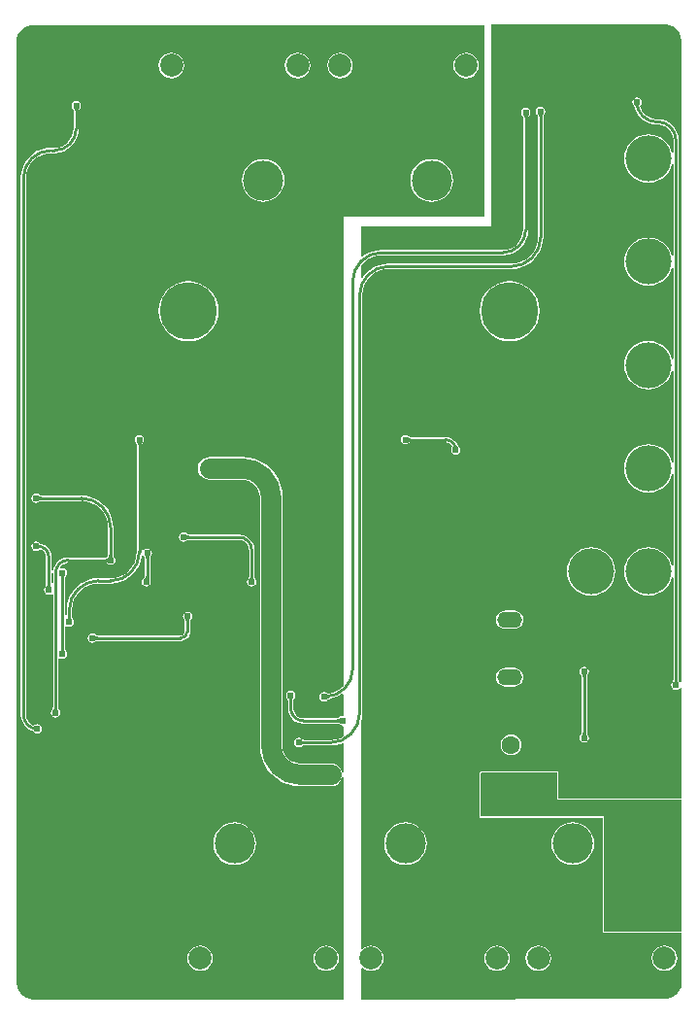
<source format=gbl>
G04*
G04 #@! TF.GenerationSoftware,Altium Limited,Altium Designer,20.0.2 (26)*
G04*
G04 Layer_Physical_Order=2*
G04 Layer_Color=16711680*
%FSLAX25Y25*%
%MOIN*%
G70*
G01*
G75*
%ADD11C,0.01000*%
%ADD54C,0.07000*%
%ADD55C,0.07874*%
%ADD56C,0.13780*%
%ADD57C,0.19685*%
%ADD58O,0.08500X0.05500*%
%ADD59C,0.06299*%
%ADD60C,0.15748*%
%ADD61C,0.02400*%
G36*
X625738Y452529D02*
X626813Y452084D01*
X627780Y451438D01*
X628603Y450615D01*
X629249Y449648D01*
X629694Y448573D01*
X629921Y447432D01*
X629921Y446850D01*
X629921D01*
X629921Y446850D01*
Y227042D01*
X629824Y226963D01*
X629155Y227065D01*
X629113Y227128D01*
X629110Y227136D01*
X629059Y227191D01*
X629026Y227234D01*
X628996Y227281D01*
X628969Y227334D01*
X628946Y227392D01*
X628926Y227457D01*
X628909Y227530D01*
X628896Y227611D01*
X628889Y227699D01*
X628886Y227807D01*
X628870Y227841D01*
Y412992D01*
X628888D01*
X628749Y414403D01*
X628337Y415761D01*
X627668Y417011D01*
X626769Y418107D01*
X625673Y419007D01*
X624422Y419675D01*
X623065Y420087D01*
X621654Y420226D01*
Y420226D01*
X621155Y420206D01*
X619761Y420389D01*
X618364Y420968D01*
X617164Y421888D01*
X616243Y423088D01*
X615734Y424318D01*
X615738Y424344D01*
X615713Y424442D01*
X615700Y424516D01*
X615695Y424583D01*
X615695Y424643D01*
X615701Y424697D01*
X615712Y424746D01*
X615728Y424792D01*
X615749Y424836D01*
X615776Y424880D01*
X615824Y424942D01*
X615843Y425014D01*
X616074Y425360D01*
X616198Y425984D01*
X616074Y426609D01*
X615721Y427138D01*
X615191Y427491D01*
X614567Y427616D01*
X613943Y427491D01*
X613413Y427138D01*
X613060Y426609D01*
X612936Y425984D01*
X613060Y425360D01*
X613413Y424831D01*
X613499Y424774D01*
X613518Y424733D01*
X613569Y424687D01*
X613606Y424649D01*
X613643Y424602D01*
X613680Y424548D01*
X613717Y424485D01*
X613754Y424414D01*
X613787Y424339D01*
X613857Y424144D01*
X613888Y424034D01*
X613935Y423974D01*
X614211Y423065D01*
X614916Y421745D01*
X615865Y420589D01*
X617021Y419640D01*
X618340Y418935D01*
X619771Y418501D01*
X621260Y418355D01*
Y418355D01*
X621760Y418373D01*
X623050Y418204D01*
X624351Y417665D01*
X625469Y416807D01*
X626326Y415690D01*
X626865Y414389D01*
X627043Y413034D01*
X627035Y412992D01*
Y408795D01*
X626535Y408721D01*
X626185Y409875D01*
X625417Y411312D01*
X624383Y412572D01*
X623123Y413606D01*
X621686Y414374D01*
X620126Y414847D01*
X618504Y415007D01*
X616882Y414847D01*
X615322Y414374D01*
X613885Y413606D01*
X612625Y412572D01*
X611591Y411312D01*
X610823Y409875D01*
X610350Y408315D01*
X610190Y406693D01*
X610350Y405071D01*
X610823Y403511D01*
X611591Y402074D01*
X612625Y400814D01*
X613885Y399780D01*
X615322Y399012D01*
X616882Y398539D01*
X618504Y398379D01*
X620126Y398539D01*
X621686Y399012D01*
X623123Y399780D01*
X624383Y400814D01*
X625417Y402074D01*
X626185Y403511D01*
X626535Y404665D01*
X627035Y404591D01*
Y373362D01*
X626535Y373288D01*
X626185Y374442D01*
X625417Y375879D01*
X624383Y377139D01*
X623123Y378173D01*
X621686Y378941D01*
X620126Y379414D01*
X618504Y379574D01*
X616882Y379414D01*
X615322Y378941D01*
X613885Y378173D01*
X612625Y377139D01*
X611591Y375879D01*
X610823Y374442D01*
X610350Y372882D01*
X610190Y371260D01*
X610350Y369638D01*
X610823Y368078D01*
X611591Y366641D01*
X612625Y365381D01*
X613885Y364347D01*
X615322Y363579D01*
X616882Y363106D01*
X618504Y362946D01*
X620126Y363106D01*
X621686Y363579D01*
X623123Y364347D01*
X624383Y365381D01*
X625417Y366641D01*
X626185Y368078D01*
X626535Y369232D01*
X627035Y369158D01*
Y337929D01*
X626535Y337855D01*
X626185Y339008D01*
X625417Y340446D01*
X624383Y341706D01*
X623123Y342740D01*
X621686Y343508D01*
X620126Y343981D01*
X618504Y344141D01*
X616882Y343981D01*
X615322Y343508D01*
X613885Y342740D01*
X612625Y341706D01*
X611591Y340446D01*
X610823Y339008D01*
X610350Y337449D01*
X610190Y335827D01*
X610350Y334205D01*
X610823Y332645D01*
X611591Y331208D01*
X612625Y329948D01*
X613885Y328914D01*
X615322Y328146D01*
X616882Y327673D01*
X618504Y327513D01*
X620126Y327673D01*
X621686Y328146D01*
X623123Y328914D01*
X624383Y329948D01*
X625417Y331208D01*
X626185Y332645D01*
X626535Y333799D01*
X627035Y333725D01*
Y302496D01*
X626535Y302421D01*
X626185Y303575D01*
X625417Y305013D01*
X624383Y306273D01*
X623123Y307307D01*
X621686Y308075D01*
X620126Y308548D01*
X618504Y308708D01*
X616882Y308548D01*
X615322Y308075D01*
X613885Y307307D01*
X612625Y306273D01*
X611591Y305013D01*
X610823Y303575D01*
X610350Y302016D01*
X610190Y300394D01*
X610350Y298772D01*
X610823Y297212D01*
X611591Y295775D01*
X612625Y294515D01*
X613885Y293481D01*
X615322Y292712D01*
X616882Y292239D01*
X618504Y292080D01*
X620126Y292239D01*
X621686Y292712D01*
X623123Y293481D01*
X624383Y294515D01*
X625417Y295775D01*
X626185Y297212D01*
X626535Y298366D01*
X627035Y298292D01*
Y267063D01*
X626535Y266988D01*
X626185Y268142D01*
X625417Y269580D01*
X624383Y270840D01*
X623123Y271873D01*
X621686Y272642D01*
X620126Y273115D01*
X618504Y273275D01*
X616882Y273115D01*
X615322Y272642D01*
X613885Y271873D01*
X612625Y270840D01*
X611591Y269580D01*
X610823Y268142D01*
X610350Y266583D01*
X610190Y264961D01*
X610350Y263339D01*
X610823Y261779D01*
X611591Y260342D01*
X612625Y259082D01*
X613885Y258048D01*
X615322Y257279D01*
X616882Y256806D01*
X618504Y256647D01*
X620126Y256806D01*
X621686Y257279D01*
X623123Y258048D01*
X624383Y259082D01*
X625417Y260342D01*
X626185Y261779D01*
X626535Y262933D01*
X627035Y262859D01*
Y227841D01*
X627020Y227807D01*
X627017Y227699D01*
X627009Y227611D01*
X626997Y227530D01*
X626980Y227457D01*
X626960Y227392D01*
X626936Y227334D01*
X626909Y227281D01*
X626880Y227234D01*
X626846Y227191D01*
X626796Y227136D01*
X626793Y227128D01*
X626446Y226608D01*
X626321Y225984D01*
X626446Y225360D01*
X626799Y224831D01*
X627328Y224477D01*
X627953Y224353D01*
X628577Y224477D01*
X629106Y224831D01*
X629155Y224903D01*
X629824Y225005D01*
X629921Y224926D01*
Y187114D01*
X629800Y187033D01*
X587633D01*
Y196000D01*
X587570Y196153D01*
X587507Y196305D01*
X587506Y196305D01*
X587506Y196306D01*
X587354Y196369D01*
X587202Y196433D01*
X561256Y196532D01*
X561256Y196531D01*
X561255Y196532D01*
X561101Y196468D01*
X560949Y196406D01*
X560949Y196405D01*
X560949Y196405D01*
X560594Y196053D01*
X560594Y196052D01*
X560594Y196052D01*
X560530Y195898D01*
X560467Y195747D01*
X560467Y195746D01*
X560467Y195746D01*
Y181000D01*
X560594Y180694D01*
X560900Y180567D01*
X602767D01*
Y141400D01*
X602894Y141094D01*
X603200Y140967D01*
X629800D01*
X629921Y140886D01*
Y124016D01*
Y123473D01*
X629709Y122408D01*
X629294Y121405D01*
X628691Y120502D01*
X627923Y119734D01*
X627020Y119131D01*
X626017Y118716D01*
X624952Y118504D01*
X624409D01*
X520154Y118112D01*
X519800Y118465D01*
Y128847D01*
X520300Y129064D01*
X521041Y128495D01*
X522096Y128058D01*
X523228Y127909D01*
X524361Y128058D01*
X525416Y128495D01*
X526322Y129190D01*
X527017Y130096D01*
X527454Y131151D01*
X527603Y132283D01*
X527454Y133416D01*
X527017Y134471D01*
X526322Y135377D01*
X525416Y136072D01*
X524361Y136509D01*
X523228Y136658D01*
X522096Y136509D01*
X521041Y136072D01*
X520300Y135503D01*
X519800Y135720D01*
X519800Y213379D01*
X520090Y214589D01*
X520225Y216299D01*
X520209D01*
Y359685D01*
X520201Y359723D01*
X520372Y361459D01*
X520890Y363165D01*
X521730Y364737D01*
X522861Y366115D01*
X524239Y367246D01*
X525811Y368087D01*
X527517Y368604D01*
X529253Y368775D01*
X529291Y368767D01*
X571496D01*
Y368751D01*
X573207Y368886D01*
X574875Y369286D01*
X576460Y369943D01*
X577923Y370840D01*
X579227Y371954D01*
X580342Y373258D01*
X581238Y374721D01*
X581895Y376306D01*
X582295Y377975D01*
X582430Y379685D01*
X582414D01*
Y420978D01*
X582429Y421012D01*
X582432Y421120D01*
X582440Y421208D01*
X582452Y421289D01*
X582469Y421361D01*
X582489Y421427D01*
X582513Y421485D01*
X582540Y421538D01*
X582569Y421585D01*
X582602Y421628D01*
X582653Y421683D01*
X582656Y421691D01*
X583003Y422210D01*
X583127Y422835D01*
X583003Y423459D01*
X582650Y423988D01*
X582120Y424342D01*
X581496Y424466D01*
X580872Y424342D01*
X580342Y423988D01*
X579989Y423459D01*
X579865Y422835D01*
X579989Y422210D01*
X580336Y421691D01*
X580339Y421683D01*
X580390Y421628D01*
X580423Y421585D01*
X580453Y421538D01*
X580479Y421485D01*
X580503Y421427D01*
X580523Y421361D01*
X580540Y421289D01*
X580552Y421208D01*
X580560Y421120D01*
X580563Y421012D01*
X580578Y420978D01*
Y379685D01*
X580586Y379647D01*
X580415Y377911D01*
X579898Y376205D01*
X579057Y374633D01*
X577926Y373255D01*
X576548Y372124D01*
X574976Y371284D01*
X573270Y370766D01*
X571534Y370595D01*
X571496Y370603D01*
X529291D01*
Y370619D01*
X527581Y370484D01*
X525913Y370084D01*
X524328Y369427D01*
X522865Y368531D01*
X521560Y367416D01*
X520446Y366112D01*
X520281Y365843D01*
X519800Y365979D01*
Y369988D01*
X520499Y370840D01*
X521877Y371971D01*
X523449Y372811D01*
X525155Y373328D01*
X526891Y373499D01*
X526929Y373492D01*
X568504D01*
Y373467D01*
X570224Y373636D01*
X571878Y374138D01*
X573402Y374953D01*
X574738Y376049D01*
X575835Y377385D01*
X576649Y378909D01*
X577151Y380563D01*
X577320Y382283D01*
X577296D01*
Y420584D01*
X577311Y420618D01*
X577314Y420726D01*
X577322Y420815D01*
X577334Y420895D01*
X577351Y420968D01*
X577371Y421033D01*
X577395Y421092D01*
X577421Y421144D01*
X577451Y421192D01*
X577484Y421235D01*
X577535Y421289D01*
X577538Y421297D01*
X577885Y421817D01*
X578009Y422441D01*
X577885Y423065D01*
X577531Y423595D01*
X577002Y423948D01*
X576378Y424072D01*
X575754Y423948D01*
X575224Y423595D01*
X574871Y423065D01*
X574747Y422441D01*
X574871Y421817D01*
X575218Y421297D01*
X575221Y421289D01*
X575272Y421235D01*
X575305Y421192D01*
X575335Y421144D01*
X575361Y421092D01*
X575385Y421033D01*
X575405Y420968D01*
X575422Y420895D01*
X575434Y420815D01*
X575442Y420726D01*
X575445Y420618D01*
X575460Y420584D01*
Y382283D01*
X575461Y382280D01*
X575328Y380926D01*
X574932Y379621D01*
X574289Y378418D01*
X573424Y377364D01*
X572369Y376499D01*
X571167Y375856D01*
X569861Y375460D01*
X568508Y375326D01*
X568504Y375327D01*
X526929D01*
Y375343D01*
X525219Y375208D01*
X523550Y374808D01*
X521965Y374151D01*
X520503Y373255D01*
X520254Y373043D01*
X519800Y373252D01*
Y383465D01*
X564567D01*
X564567Y452756D01*
X624016Y452756D01*
X624597Y452756D01*
X625738Y452529D01*
D02*
G37*
G36*
X615419Y425126D02*
X615368Y425043D01*
X615326Y424955D01*
X615295Y424864D01*
X615274Y424769D01*
X615263Y424670D01*
X615262Y424568D01*
X615270Y424462D01*
X615289Y424352D01*
X615318Y424238D01*
X614304Y424153D01*
X614269Y424275D01*
X614189Y424500D01*
X614145Y424601D01*
X614096Y424695D01*
X614045Y424781D01*
X613991Y424861D01*
X613933Y424933D01*
X613872Y424998D01*
X613807Y425055D01*
X615480Y425206D01*
X615419Y425126D01*
D02*
G37*
G36*
X582271Y421908D02*
X582214Y421833D01*
X582163Y421752D01*
X582119Y421665D01*
X582081Y421573D01*
X582051Y421474D01*
X582027Y421370D01*
X582010Y421260D01*
X581999Y421145D01*
X581996Y421024D01*
X580996D01*
X580993Y421145D01*
X580982Y421260D01*
X580966Y421370D01*
X580942Y421474D01*
X580911Y421573D01*
X580874Y421665D01*
X580829Y421752D01*
X580779Y421833D01*
X580721Y421908D01*
X580656Y421978D01*
X582336D01*
X582271Y421908D01*
D02*
G37*
G36*
X577153Y421514D02*
X577096Y421439D01*
X577044Y421358D01*
X577000Y421271D01*
X576963Y421179D01*
X576932Y421081D01*
X576909Y420977D01*
X576892Y420867D01*
X576881Y420751D01*
X576878Y420630D01*
X575878D01*
X575875Y420751D01*
X575864Y420867D01*
X575847Y420977D01*
X575823Y421081D01*
X575793Y421179D01*
X575756Y421271D01*
X575711Y421358D01*
X575660Y421439D01*
X575602Y421514D01*
X575538Y421584D01*
X577218D01*
X577153Y421514D01*
D02*
G37*
G36*
X628456Y227674D02*
X628466Y227558D01*
X628483Y227449D01*
X628507Y227345D01*
X628538Y227246D01*
X628575Y227154D01*
X628619Y227067D01*
X628670Y226986D01*
X628728Y226911D01*
X628793Y226841D01*
X627113D01*
X627177Y226911D01*
X627235Y226986D01*
X627286Y227067D01*
X627330Y227154D01*
X627368Y227246D01*
X627398Y227345D01*
X627422Y227449D01*
X627439Y227558D01*
X627449Y227674D01*
X627453Y227795D01*
X628453D01*
X628456Y227674D01*
D02*
G37*
G36*
X562205Y386614D02*
X513779D01*
X513779Y225775D01*
X513519Y225457D01*
X512225Y224395D01*
X510748Y223606D01*
X509146Y223120D01*
X508642Y223071D01*
X508574Y223073D01*
X508509Y223080D01*
X508452Y223093D01*
X508399Y223109D01*
X508351Y223130D01*
X508306Y223156D01*
X508262Y223186D01*
X508204Y223237D01*
X508166Y223250D01*
X507711Y223554D01*
X507087Y223679D01*
X506462Y223554D01*
X505933Y223201D01*
X505579Y222672D01*
X505455Y222047D01*
X505579Y221423D01*
X505933Y220894D01*
X506462Y220540D01*
X507087Y220416D01*
X507711Y220540D01*
X508240Y220894D01*
X508256Y220918D01*
X508272Y220924D01*
X508322Y220973D01*
X508363Y221008D01*
X508411Y221041D01*
X508466Y221073D01*
X508529Y221104D01*
X508600Y221132D01*
X508673Y221157D01*
X508868Y221204D01*
X508976Y221223D01*
X508995Y221234D01*
X509104Y221243D01*
X510688Y221623D01*
X512193Y222247D01*
X513279Y222912D01*
X513779Y222632D01*
Y215727D01*
X513393Y215409D01*
X513386Y215411D01*
X512761Y215287D01*
X512242Y214940D01*
X512234Y214937D01*
X512180Y214886D01*
X512136Y214853D01*
X512089Y214823D01*
X512037Y214796D01*
X511978Y214773D01*
X511913Y214752D01*
X511840Y214736D01*
X511759Y214723D01*
X511671Y214715D01*
X511563Y214712D01*
X511529Y214697D01*
X500000D01*
Y214700D01*
X499118Y214817D01*
X498295Y215157D01*
X497589Y215699D01*
X497047Y216405D01*
X496706Y217228D01*
X496590Y218110D01*
X496587D01*
Y220584D01*
X496602Y220618D01*
X496605Y220726D01*
X496613Y220814D01*
X496625Y220895D01*
X496642Y220968D01*
X496662Y221033D01*
X496686Y221092D01*
X496713Y221144D01*
X496743Y221192D01*
X496776Y221235D01*
X496827Y221289D01*
X496830Y221297D01*
X497177Y221817D01*
X497301Y222441D01*
X497177Y223065D01*
X496823Y223594D01*
X496294Y223948D01*
X495669Y224072D01*
X495045Y223948D01*
X494516Y223594D01*
X494162Y223065D01*
X494038Y222441D01*
X494162Y221817D01*
X494509Y221297D01*
X494512Y221289D01*
X494563Y221235D01*
X494596Y221192D01*
X494626Y221144D01*
X494653Y221092D01*
X494676Y221033D01*
X494697Y220968D01*
X494713Y220895D01*
X494726Y220814D01*
X494733Y220726D01*
X494736Y220618D01*
X494752Y220584D01*
Y218110D01*
X494724D01*
X494904Y216745D01*
X495431Y215472D01*
X496269Y214380D01*
X497362Y213541D01*
X498634Y213014D01*
X500000Y212834D01*
Y212862D01*
X511529D01*
X511563Y212847D01*
X511671Y212844D01*
X511759Y212836D01*
X511840Y212823D01*
X511913Y212807D01*
X511978Y212787D01*
X512037Y212763D01*
X512089Y212736D01*
X512136Y212706D01*
X512179Y212673D01*
X512234Y212622D01*
X512242Y212619D01*
X512761Y212272D01*
X513386Y212148D01*
X513393Y212150D01*
X513779Y211832D01*
Y208436D01*
X512771Y207898D01*
X511065Y207380D01*
X509330Y207209D01*
X509291Y207217D01*
X500282D01*
X500248Y207232D01*
X500140Y207235D01*
X500052Y207243D01*
X499971Y207255D01*
X499898Y207272D01*
X499833Y207292D01*
X499775Y207316D01*
X499722Y207343D01*
X499675Y207372D01*
X499632Y207406D01*
X499577Y207456D01*
X499569Y207459D01*
X499050Y207806D01*
X498425Y207931D01*
X497801Y207806D01*
X497272Y207453D01*
X496918Y206924D01*
X496794Y206299D01*
X496918Y205675D01*
X497272Y205146D01*
X497801Y204792D01*
X498425Y204668D01*
X499050Y204792D01*
X499569Y205139D01*
X499577Y205142D01*
X499632Y205193D01*
X499675Y205226D01*
X499722Y205256D01*
X499775Y205282D01*
X499833Y205306D01*
X499898Y205327D01*
X499971Y205343D01*
X500052Y205356D01*
X500140Y205363D01*
X500248Y205366D01*
X500282Y205382D01*
X509291D01*
Y205365D01*
X511002Y205500D01*
X512670Y205901D01*
X513364Y206188D01*
X513779Y205910D01*
Y196090D01*
X513279Y196058D01*
X513248Y196294D01*
X512855Y197242D01*
X512230Y198057D01*
X511416Y198682D01*
X510467Y199075D01*
X509449Y199209D01*
X498976D01*
X498920Y199202D01*
X497790Y199313D01*
X496650Y199659D01*
X495599Y200221D01*
X494678Y200977D01*
X493922Y201898D01*
X493360Y202949D01*
X493014Y204090D01*
X492903Y205220D01*
X492910Y205276D01*
Y290394D01*
X492919D01*
X492748Y292575D01*
X492237Y294702D01*
X491400Y296724D01*
X490257Y298589D01*
X488836Y300253D01*
X487172Y301674D01*
X485306Y302817D01*
X483285Y303654D01*
X481157Y304165D01*
X478976Y304337D01*
Y304327D01*
X467717D01*
X466698Y304193D01*
X465750Y303800D01*
X464935Y303175D01*
X464310Y302361D01*
X463917Y301412D01*
X463783Y300394D01*
X463917Y299376D01*
X464310Y298427D01*
X464935Y297612D01*
X465750Y296987D01*
X466698Y296594D01*
X467717Y296460D01*
X478976D01*
X479033Y296467D01*
X480162Y296356D01*
X481303Y296010D01*
X482354Y295448D01*
X483275Y294692D01*
X484031Y293771D01*
X484593Y292720D01*
X484939Y291580D01*
X485050Y290450D01*
X485043Y290394D01*
Y205276D01*
X485033D01*
X485205Y203094D01*
X485716Y200967D01*
X486553Y198946D01*
X487696Y197080D01*
X489117Y195416D01*
X490781Y193995D01*
X492646Y192852D01*
X494668Y192015D01*
X496795Y191504D01*
X498976Y191333D01*
Y191342D01*
X509449D01*
X510467Y191476D01*
X511416Y191869D01*
X512230Y192494D01*
X512855Y193309D01*
X513248Y194257D01*
X513279Y194494D01*
X513779Y194461D01*
X513779Y118110D01*
X407874Y118110D01*
X407254D01*
X406037Y118352D01*
X404890Y118827D01*
X403859Y119517D01*
X402981Y120394D01*
X402292Y121426D01*
X401817Y122572D01*
X401575Y123789D01*
Y124409D01*
Y447244D01*
Y447748D01*
X401771Y448737D01*
X402157Y449668D01*
X402717Y450507D01*
X403430Y451220D01*
X404269Y451780D01*
X405200Y452166D01*
X406189Y452362D01*
X562205D01*
Y386614D01*
D02*
G37*
G36*
X507994Y222846D02*
X508074Y222790D01*
X508158Y222742D01*
X508247Y222703D01*
X508340Y222674D01*
X508439Y222653D01*
X508542Y222640D01*
X508650Y222637D01*
X508763Y222643D01*
X508880Y222657D01*
X508904Y221650D01*
X508781Y221629D01*
X508553Y221573D01*
X508449Y221539D01*
X508352Y221499D01*
X508262Y221455D01*
X508178Y221407D01*
X508101Y221353D01*
X508031Y221295D01*
X507967Y221232D01*
X507919Y222912D01*
X507994Y222846D01*
D02*
G37*
G36*
X496445Y221514D02*
X496387Y221439D01*
X496336Y221358D01*
X496292Y221271D01*
X496254Y221179D01*
X496224Y221081D01*
X496200Y220977D01*
X496183Y220867D01*
X496173Y220751D01*
X496169Y220630D01*
X495169D01*
X495166Y220751D01*
X495156Y220867D01*
X495139Y220977D01*
X495115Y221081D01*
X495084Y221179D01*
X495047Y221271D01*
X495003Y221358D01*
X494952Y221439D01*
X494894Y221514D01*
X494829Y221584D01*
X496509D01*
X496445Y221514D01*
D02*
G37*
G36*
X512529Y212940D02*
X512459Y213004D01*
X512384Y213062D01*
X512303Y213113D01*
X512216Y213157D01*
X512124Y213194D01*
X512025Y213225D01*
X511922Y213249D01*
X511812Y213266D01*
X511696Y213276D01*
X511575Y213280D01*
Y214280D01*
X511696Y214283D01*
X511812Y214293D01*
X511922Y214310D01*
X512025Y214334D01*
X512124Y214365D01*
X512216Y214402D01*
X512303Y214446D01*
X512384Y214497D01*
X512459Y214555D01*
X512529Y214619D01*
Y212940D01*
D02*
G37*
G36*
X499352Y207075D02*
X499427Y207017D01*
X499508Y206966D01*
X499595Y206922D01*
X499687Y206884D01*
X499786Y206854D01*
X499890Y206830D01*
X499999Y206813D01*
X500115Y206803D01*
X500236Y206799D01*
Y205799D01*
X500115Y205796D01*
X499999Y205786D01*
X499890Y205769D01*
X499786Y205745D01*
X499687Y205714D01*
X499595Y205677D01*
X499508Y205633D01*
X499427Y205582D01*
X499352Y205524D01*
X499282Y205459D01*
Y207139D01*
X499352Y207075D01*
D02*
G37*
G36*
X587200Y196000D02*
Y186600D01*
X629800D01*
Y141400D01*
X603200D01*
Y181000D01*
X560900D01*
Y195746D01*
X561254Y196099D01*
X587200Y196000D01*
D02*
G37*
%LPC*%
G36*
X570866Y364623D02*
X568858Y364425D01*
X566927Y363839D01*
X565148Y362888D01*
X563588Y361608D01*
X562309Y360049D01*
X561357Y358269D01*
X560772Y356339D01*
X560574Y354331D01*
X560772Y352323D01*
X561357Y350392D01*
X562309Y348613D01*
X563588Y347053D01*
X565148Y345773D01*
X566927Y344822D01*
X568858Y344236D01*
X570866Y344039D01*
X572874Y344236D01*
X574805Y344822D01*
X576584Y345773D01*
X578144Y347053D01*
X579424Y348613D01*
X580375Y350392D01*
X580961Y352323D01*
X581158Y354331D01*
X580961Y356339D01*
X580375Y358269D01*
X579424Y360049D01*
X578144Y361608D01*
X576584Y362888D01*
X574805Y363839D01*
X572874Y364425D01*
X570866Y364623D01*
D02*
G37*
G36*
X535039Y311868D02*
X534415Y311743D01*
X533886Y311390D01*
X533532Y310860D01*
X533408Y310236D01*
X533532Y309612D01*
X533886Y309083D01*
X534415Y308729D01*
X535039Y308605D01*
X535664Y308729D01*
X536183Y309076D01*
X536191Y309079D01*
X536246Y309130D01*
X536289Y309163D01*
X536336Y309193D01*
X536389Y309220D01*
X536447Y309243D01*
X536513Y309263D01*
X536585Y309280D01*
X536666Y309293D01*
X536754Y309300D01*
X536862Y309303D01*
X536896Y309319D01*
X548819D01*
Y309309D01*
X549496Y309220D01*
X550127Y308958D01*
X550668Y308542D01*
X551045Y308052D01*
X551054Y308036D01*
X551082Y307977D01*
X551099Y307926D01*
X551108Y307882D01*
X551111Y307845D01*
X551109Y307810D01*
X551102Y307776D01*
X551089Y307739D01*
X551068Y307696D01*
X551025Y307630D01*
X551011Y307550D01*
X550855Y307317D01*
X550731Y306693D01*
X550855Y306069D01*
X551209Y305539D01*
X551738Y305186D01*
X552362Y305062D01*
X552986Y305186D01*
X553516Y305539D01*
X553869Y306069D01*
X553994Y306693D01*
X553869Y307317D01*
X553516Y307846D01*
X553344Y307961D01*
X553307Y308025D01*
X553261Y308060D01*
X553224Y308092D01*
X553187Y308130D01*
X553086Y308254D01*
X553043Y308316D01*
X552870Y308604D01*
X552813Y308714D01*
X552779Y308742D01*
X552700Y308934D01*
X551988Y309862D01*
X551060Y310574D01*
X549979Y311022D01*
X548819Y311175D01*
Y311154D01*
X536896D01*
X536862Y311169D01*
X536754Y311172D01*
X536666Y311180D01*
X536585Y311192D01*
X536513Y311209D01*
X536447Y311229D01*
X536389Y311253D01*
X536336Y311280D01*
X536289Y311310D01*
X536246Y311343D01*
X536191Y311393D01*
X536183Y311396D01*
X535664Y311743D01*
X535039Y311868D01*
D02*
G37*
G36*
X598819Y273275D02*
X597197Y273115D01*
X595637Y272642D01*
X594200Y271873D01*
X592940Y270840D01*
X591906Y269580D01*
X591138Y268142D01*
X590665Y266583D01*
X590505Y264961D01*
X590665Y263339D01*
X591138Y261779D01*
X591906Y260342D01*
X592940Y259082D01*
X594200Y258048D01*
X595637Y257279D01*
X597197Y256806D01*
X598819Y256647D01*
X600441Y256806D01*
X602001Y257279D01*
X603438Y258048D01*
X604698Y259082D01*
X605732Y260342D01*
X606500Y261779D01*
X606973Y263339D01*
X607133Y264961D01*
X606973Y266583D01*
X606500Y268142D01*
X605732Y269580D01*
X604698Y270840D01*
X603438Y271873D01*
X602001Y272642D01*
X600441Y273115D01*
X598819Y273275D01*
D02*
G37*
G36*
X572366Y251602D02*
X569366D01*
X568544Y251494D01*
X567777Y251177D01*
X567120Y250672D01*
X566615Y250014D01*
X566297Y249248D01*
X566189Y248425D01*
X566297Y247603D01*
X566615Y246837D01*
X567120Y246179D01*
X567777Y245674D01*
X568544Y245356D01*
X569366Y245248D01*
X572366D01*
X573188Y245356D01*
X573955Y245674D01*
X574613Y246179D01*
X575118Y246837D01*
X575435Y247603D01*
X575543Y248425D01*
X575435Y249248D01*
X575118Y250014D01*
X574613Y250672D01*
X573955Y251177D01*
X573188Y251494D01*
X572366Y251602D01*
D02*
G37*
G36*
Y231917D02*
X569366D01*
X568544Y231809D01*
X567777Y231492D01*
X567120Y230987D01*
X566615Y230329D01*
X566297Y229562D01*
X566189Y228740D01*
X566297Y227918D01*
X566615Y227152D01*
X567120Y226494D01*
X567777Y225989D01*
X568544Y225671D01*
X569366Y225563D01*
X572366D01*
X573188Y225671D01*
X573955Y225989D01*
X574613Y226494D01*
X575118Y227152D01*
X575435Y227918D01*
X575543Y228740D01*
X575435Y229562D01*
X575118Y230329D01*
X574613Y230987D01*
X573955Y231492D01*
X573188Y231809D01*
X572366Y231917D01*
D02*
G37*
G36*
X596457Y232340D02*
X595832Y232216D01*
X595303Y231862D01*
X594949Y231333D01*
X594825Y230709D01*
X594949Y230084D01*
X595296Y229565D01*
X595299Y229557D01*
X595350Y229502D01*
X595383Y229459D01*
X595413Y229412D01*
X595440Y229359D01*
X595464Y229301D01*
X595484Y229236D01*
X595501Y229163D01*
X595513Y229082D01*
X595521Y228994D01*
X595524Y228886D01*
X595539Y228852D01*
Y209731D01*
X595524Y209697D01*
X595521Y209589D01*
X595513Y209500D01*
X595501Y209420D01*
X595484Y209347D01*
X595464Y209282D01*
X595440Y209223D01*
X595413Y209171D01*
X595383Y209123D01*
X595350Y209080D01*
X595299Y209026D01*
X595296Y209018D01*
X594949Y208498D01*
X594825Y207874D01*
X594949Y207250D01*
X595303Y206720D01*
X595832Y206367D01*
X596457Y206243D01*
X597081Y206367D01*
X597610Y206720D01*
X597964Y207250D01*
X598088Y207874D01*
X597964Y208498D01*
X597617Y209018D01*
X597614Y209026D01*
X597563Y209080D01*
X597530Y209123D01*
X597500Y209171D01*
X597473Y209223D01*
X597450Y209282D01*
X597429Y209347D01*
X597413Y209420D01*
X597400Y209500D01*
X597393Y209589D01*
X597390Y209697D01*
X597374Y209731D01*
Y228852D01*
X597390Y228886D01*
X597393Y228994D01*
X597400Y229082D01*
X597413Y229163D01*
X597429Y229236D01*
X597450Y229301D01*
X597473Y229359D01*
X597500Y229412D01*
X597530Y229459D01*
X597563Y229502D01*
X597614Y229557D01*
X597617Y229565D01*
X597964Y230084D01*
X598088Y230709D01*
X597964Y231333D01*
X597610Y231862D01*
X597081Y232216D01*
X596457Y232340D01*
D02*
G37*
G36*
X571345Y209106D02*
X570419Y208984D01*
X569555Y208627D01*
X568814Y208058D01*
X568245Y207316D01*
X567887Y206453D01*
X567765Y205526D01*
X567887Y204600D01*
X568245Y203736D01*
X568814Y202995D01*
X569555Y202426D01*
X570419Y202068D01*
X571345Y201946D01*
X572272Y202068D01*
X573135Y202426D01*
X573877Y202995D01*
X574446Y203736D01*
X574803Y204600D01*
X574925Y205526D01*
X574803Y206453D01*
X574446Y207316D01*
X573877Y208058D01*
X573135Y208627D01*
X572272Y208984D01*
X571345Y209106D01*
D02*
G37*
G36*
X592520Y178979D02*
X591091Y178838D01*
X589716Y178421D01*
X588450Y177744D01*
X587340Y176833D01*
X586429Y175723D01*
X585752Y174457D01*
X585335Y173083D01*
X585195Y171653D01*
X585335Y170224D01*
X585752Y168850D01*
X586429Y167584D01*
X587340Y166474D01*
X588450Y165563D01*
X589716Y164886D01*
X591091Y164469D01*
X592520Y164329D01*
X593949Y164469D01*
X595323Y164886D01*
X596589Y165563D01*
X597699Y166474D01*
X598610Y167584D01*
X599287Y168850D01*
X599704Y170224D01*
X599845Y171653D01*
X599704Y173083D01*
X599287Y174457D01*
X598610Y175723D01*
X597699Y176833D01*
X596589Y177744D01*
X595323Y178421D01*
X593949Y178838D01*
X592520Y178979D01*
D02*
G37*
G36*
X535039D02*
X533610Y178838D01*
X532236Y178421D01*
X530970Y177744D01*
X529860Y176833D01*
X528949Y175723D01*
X528272Y174457D01*
X527855Y173083D01*
X527714Y171653D01*
X527855Y170224D01*
X528272Y168850D01*
X528949Y167584D01*
X529860Y166474D01*
X530970Y165563D01*
X532236Y164886D01*
X533610Y164469D01*
X535039Y164329D01*
X536468Y164469D01*
X537843Y164886D01*
X539109Y165563D01*
X540219Y166474D01*
X541130Y167584D01*
X541807Y168850D01*
X542224Y170224D01*
X542364Y171653D01*
X542224Y173083D01*
X541807Y174457D01*
X541130Y175723D01*
X540219Y176833D01*
X539109Y177744D01*
X537843Y178421D01*
X536468Y178838D01*
X535039Y178979D01*
D02*
G37*
G36*
X624016Y136658D02*
X622884Y136509D01*
X621829Y136072D01*
X620923Y135377D01*
X620227Y134471D01*
X619790Y133416D01*
X619641Y132283D01*
X619790Y131151D01*
X620227Y130096D01*
X620923Y129190D01*
X621829Y128495D01*
X622884Y128058D01*
X624016Y127909D01*
X625148Y128058D01*
X626203Y128495D01*
X627109Y129190D01*
X627804Y130096D01*
X628241Y131151D01*
X628390Y132283D01*
X628241Y133416D01*
X627804Y134471D01*
X627109Y135377D01*
X626203Y136072D01*
X625148Y136509D01*
X624016Y136658D01*
D02*
G37*
G36*
X580709D02*
X579576Y136509D01*
X578521Y136072D01*
X577615Y135377D01*
X576920Y134471D01*
X576483Y133416D01*
X576334Y132283D01*
X576483Y131151D01*
X576920Y130096D01*
X577615Y129190D01*
X578521Y128495D01*
X579576Y128058D01*
X580709Y127909D01*
X581841Y128058D01*
X582896Y128495D01*
X583802Y129190D01*
X584497Y130096D01*
X584934Y131151D01*
X585083Y132283D01*
X584934Y133416D01*
X584497Y134471D01*
X583802Y135377D01*
X582896Y136072D01*
X581841Y136509D01*
X580709Y136658D01*
D02*
G37*
G36*
X566535D02*
X565403Y136509D01*
X564348Y136072D01*
X563442Y135377D01*
X562747Y134471D01*
X562310Y133416D01*
X562161Y132283D01*
X562310Y131151D01*
X562747Y130096D01*
X563442Y129190D01*
X564348Y128495D01*
X565403Y128058D01*
X566535Y127909D01*
X567668Y128058D01*
X568723Y128495D01*
X569629Y129190D01*
X570324Y130096D01*
X570761Y131151D01*
X570910Y132283D01*
X570761Y133416D01*
X570324Y134471D01*
X569629Y135377D01*
X568723Y136072D01*
X567668Y136509D01*
X566535Y136658D01*
D02*
G37*
%LPD*%
G36*
X535966Y311012D02*
X536041Y310954D01*
X536122Y310903D01*
X536209Y310859D01*
X536302Y310821D01*
X536400Y310791D01*
X536504Y310767D01*
X536614Y310750D01*
X536729Y310740D01*
X536850Y310736D01*
Y309736D01*
X536729Y309733D01*
X536614Y309723D01*
X536504Y309706D01*
X536400Y309682D01*
X536302Y309651D01*
X536209Y309614D01*
X536122Y309570D01*
X536041Y309519D01*
X535966Y309461D01*
X535896Y309396D01*
Y311076D01*
X535966Y311012D01*
D02*
G37*
G36*
X552492Y308393D02*
X552679Y308080D01*
X552741Y307992D01*
X552864Y307842D01*
X552924Y307780D01*
X552985Y307725D01*
X553045Y307680D01*
X551389Y307395D01*
X551446Y307483D01*
X551490Y307573D01*
X551521Y307663D01*
X551539Y307755D01*
X551545Y307849D01*
X551537Y307943D01*
X551517Y308039D01*
X551484Y308137D01*
X551439Y308236D01*
X551380Y308336D01*
X552429Y308514D01*
X552492Y308393D01*
D02*
G37*
G36*
X597232Y229782D02*
X597174Y229707D01*
X597123Y229626D01*
X597079Y229539D01*
X597042Y229447D01*
X597011Y229348D01*
X596987Y229244D01*
X596970Y229134D01*
X596960Y229019D01*
X596957Y228898D01*
X595957D01*
X595953Y229019D01*
X595943Y229134D01*
X595926Y229244D01*
X595902Y229348D01*
X595872Y229447D01*
X595834Y229539D01*
X595790Y229626D01*
X595739Y229707D01*
X595681Y229782D01*
X595617Y229852D01*
X597297D01*
X597232Y229782D01*
D02*
G37*
G36*
X596960Y209564D02*
X596970Y209448D01*
X596987Y209338D01*
X597011Y209234D01*
X597042Y209136D01*
X597079Y209044D01*
X597123Y208957D01*
X597174Y208876D01*
X597232Y208801D01*
X597297Y208731D01*
X595617D01*
X595681Y208801D01*
X595739Y208876D01*
X595790Y208957D01*
X595834Y209044D01*
X595872Y209136D01*
X595902Y209234D01*
X595926Y209338D01*
X595943Y209448D01*
X595953Y209564D01*
X595957Y209685D01*
X596957D01*
X596960Y209564D01*
D02*
G37*
%LPC*%
G36*
X555905Y442957D02*
X554773Y442808D01*
X553718Y442371D01*
X552812Y441676D01*
X552117Y440770D01*
X551680Y439715D01*
X551531Y438583D01*
X551680Y437451D01*
X552117Y436396D01*
X552812Y435490D01*
X553718Y434794D01*
X554773Y434357D01*
X555905Y434208D01*
X557038Y434357D01*
X558093Y434794D01*
X558999Y435490D01*
X559694Y436396D01*
X560131Y437451D01*
X560280Y438583D01*
X560131Y439715D01*
X559694Y440770D01*
X558999Y441676D01*
X558093Y442371D01*
X557038Y442808D01*
X555905Y442957D01*
D02*
G37*
G36*
X512598D02*
X511466Y442808D01*
X510411Y442371D01*
X509505Y441676D01*
X508810Y440770D01*
X508373Y439715D01*
X508224Y438583D01*
X508373Y437451D01*
X508810Y436396D01*
X509505Y435490D01*
X510411Y434794D01*
X511466Y434357D01*
X512598Y434208D01*
X513731Y434357D01*
X514786Y434794D01*
X515692Y435490D01*
X516387Y436396D01*
X516824Y437451D01*
X516973Y438583D01*
X516824Y439715D01*
X516387Y440770D01*
X515692Y441676D01*
X514786Y442371D01*
X513731Y442808D01*
X512598Y442957D01*
D02*
G37*
G36*
X498032D02*
X496899Y442808D01*
X495844Y442371D01*
X494938Y441676D01*
X494243Y440770D01*
X493806Y439715D01*
X493657Y438583D01*
X493806Y437451D01*
X494243Y436396D01*
X494938Y435490D01*
X495844Y434794D01*
X496899Y434357D01*
X498032Y434208D01*
X499164Y434357D01*
X500219Y434794D01*
X501125Y435490D01*
X501820Y436396D01*
X502257Y437451D01*
X502406Y438583D01*
X502257Y439715D01*
X501820Y440770D01*
X501125Y441676D01*
X500219Y442371D01*
X499164Y442808D01*
X498032Y442957D01*
D02*
G37*
G36*
X454724D02*
X453592Y442808D01*
X452537Y442371D01*
X451631Y441676D01*
X450936Y440770D01*
X450499Y439715D01*
X450350Y438583D01*
X450499Y437451D01*
X450936Y436396D01*
X451631Y435490D01*
X452537Y434794D01*
X453592Y434357D01*
X454724Y434208D01*
X455857Y434357D01*
X456912Y434794D01*
X457818Y435490D01*
X458513Y436396D01*
X458950Y437451D01*
X459099Y438583D01*
X458950Y439715D01*
X458513Y440770D01*
X457818Y441676D01*
X456912Y442371D01*
X455857Y442808D01*
X454724Y442957D01*
D02*
G37*
G36*
X422047Y426435D02*
X421423Y426310D01*
X420894Y425957D01*
X420540Y425427D01*
X420416Y424803D01*
X420540Y424179D01*
X420887Y423660D01*
X420890Y423652D01*
X420941Y423597D01*
X420974Y423554D01*
X421004Y423506D01*
X421031Y423454D01*
X421054Y423395D01*
X421074Y423330D01*
X421091Y423257D01*
X421104Y423177D01*
X421111Y423088D01*
X421114Y422980D01*
X421130Y422946D01*
Y416929D01*
X421129D01*
X421003Y415649D01*
X420629Y414418D01*
X420023Y413283D01*
X419207Y412289D01*
X418213Y411473D01*
X417078Y410867D01*
X415847Y410493D01*
X414567Y410367D01*
Y410366D01*
X413386D01*
Y410381D01*
X411762Y410253D01*
X410178Y409873D01*
X408673Y409249D01*
X407284Y408398D01*
X406045Y407340D01*
X404988Y406102D01*
X404137Y404713D01*
X403513Y403208D01*
X403133Y401624D01*
X403005Y400000D01*
X403019D01*
Y215748D01*
X402988D01*
X403182Y214280D01*
X403749Y212912D01*
X404650Y211737D01*
X405825Y210835D01*
X406615Y210508D01*
X406673Y210452D01*
X406789Y210406D01*
X406884Y210365D01*
X407065Y210273D01*
X407133Y210232D01*
X407196Y210190D01*
X407249Y210149D01*
X407294Y210109D01*
X407331Y210072D01*
X407371Y210023D01*
X407424Y209995D01*
X407508Y209870D01*
X408037Y209516D01*
X408661Y209392D01*
X409286Y209516D01*
X409815Y209870D01*
X410169Y210399D01*
X410293Y211024D01*
X410169Y211648D01*
X409815Y212177D01*
X409286Y212531D01*
X408661Y212655D01*
X408037Y212531D01*
X407747Y212337D01*
X407668Y212319D01*
X407604Y212273D01*
X407560Y212249D01*
X407518Y212232D01*
X407477Y212221D01*
X407434Y212214D01*
X407387Y212213D01*
X407335Y212218D01*
X407309Y212223D01*
X406758Y212451D01*
X405969Y213056D01*
X405365Y213844D01*
X404984Y214763D01*
X404854Y215747D01*
X404855Y215748D01*
Y400000D01*
X404849Y400029D01*
X405010Y401666D01*
X405496Y403268D01*
X406285Y404744D01*
X407347Y406039D01*
X408641Y407101D01*
X410118Y407890D01*
X411720Y408376D01*
X413356Y408537D01*
X413386Y408531D01*
X414567D01*
Y408508D01*
X416210Y408670D01*
X417790Y409149D01*
X419245Y409927D01*
X420521Y410975D01*
X421569Y412251D01*
X422347Y413707D01*
X422826Y415286D01*
X422988Y416929D01*
X422965D01*
Y422946D01*
X422980Y422980D01*
X422983Y423088D01*
X422991Y423177D01*
X423003Y423257D01*
X423020Y423330D01*
X423040Y423395D01*
X423064Y423454D01*
X423091Y423506D01*
X423120Y423554D01*
X423154Y423597D01*
X423204Y423652D01*
X423207Y423660D01*
X423554Y424179D01*
X423679Y424803D01*
X423554Y425427D01*
X423201Y425957D01*
X422672Y426310D01*
X422047Y426435D01*
D02*
G37*
G36*
X544095Y406538D02*
X542665Y406397D01*
X541291Y405980D01*
X540025Y405303D01*
X538915Y404392D01*
X538004Y403282D01*
X537327Y402016D01*
X536910Y400642D01*
X536769Y399213D01*
X536910Y397784D01*
X537327Y396409D01*
X538004Y395143D01*
X538915Y394033D01*
X540025Y393122D01*
X541291Y392445D01*
X542665Y392028D01*
X544095Y391888D01*
X545524Y392028D01*
X546898Y392445D01*
X548164Y393122D01*
X549274Y394033D01*
X550185Y395143D01*
X550862Y396409D01*
X551279Y397784D01*
X551419Y399213D01*
X551279Y400642D01*
X550862Y402016D01*
X550185Y403282D01*
X549274Y404392D01*
X548164Y405303D01*
X546898Y405980D01*
X545524Y406397D01*
X544095Y406538D01*
D02*
G37*
G36*
X486220D02*
X484791Y406397D01*
X483417Y405980D01*
X482151Y405303D01*
X481041Y404392D01*
X480130Y403282D01*
X479453Y402016D01*
X479036Y400642D01*
X478895Y399213D01*
X479036Y397784D01*
X479453Y396409D01*
X480130Y395143D01*
X481041Y394033D01*
X482151Y393122D01*
X483417Y392445D01*
X484791Y392028D01*
X486220Y391888D01*
X487649Y392028D01*
X489024Y392445D01*
X490290Y393122D01*
X491400Y394033D01*
X492311Y395143D01*
X492988Y396409D01*
X493405Y397784D01*
X493545Y399213D01*
X493405Y400642D01*
X492988Y402016D01*
X492311Y403282D01*
X491400Y404392D01*
X490290Y405303D01*
X489024Y405980D01*
X487649Y406397D01*
X486220Y406538D01*
D02*
G37*
G36*
X460630Y364623D02*
X458622Y364425D01*
X456691Y363839D01*
X454912Y362888D01*
X453352Y361608D01*
X452072Y360049D01*
X451121Y358269D01*
X450536Y356339D01*
X450338Y354331D01*
X450536Y352323D01*
X451121Y350392D01*
X452072Y348613D01*
X453352Y347053D01*
X454912Y345773D01*
X456691Y344822D01*
X458622Y344236D01*
X460630Y344039D01*
X462638Y344236D01*
X464569Y344822D01*
X466348Y345773D01*
X467907Y347053D01*
X469187Y348613D01*
X470139Y350392D01*
X470724Y352323D01*
X470922Y354331D01*
X470724Y356339D01*
X470139Y358269D01*
X469187Y360049D01*
X467907Y361608D01*
X466348Y362888D01*
X464569Y363839D01*
X462638Y364425D01*
X460630Y364623D01*
D02*
G37*
G36*
X443701Y311868D02*
X443077Y311743D01*
X442547Y311390D01*
X442194Y310860D01*
X442069Y310236D01*
X442194Y309612D01*
X442541Y309093D01*
X442544Y309085D01*
X442594Y309030D01*
X442627Y308987D01*
X442657Y308939D01*
X442684Y308887D01*
X442708Y308828D01*
X442728Y308763D01*
X442745Y308690D01*
X442757Y308610D01*
X442765Y308522D01*
X442768Y308413D01*
X442783Y308379D01*
Y271654D01*
X442790Y271618D01*
X442622Y269910D01*
X442114Y268234D01*
X441288Y266689D01*
X440177Y265335D01*
X438823Y264224D01*
X437278Y263398D01*
X435602Y262890D01*
X433894Y262721D01*
X433858Y262729D01*
X429685D01*
Y262745D01*
X427975Y262610D01*
X426306Y262210D01*
X424721Y261553D01*
X423258Y260657D01*
X421954Y259542D01*
X420840Y258238D01*
X419943Y256775D01*
X419286Y255190D01*
X418886Y253521D01*
X418751Y251811D01*
X418767D01*
Y249757D01*
X418741Y249727D01*
X418240Y249916D01*
Y262710D01*
X418256Y262744D01*
X418259Y262852D01*
X418266Y262941D01*
X418279Y263021D01*
X418296Y263094D01*
X418316Y263159D01*
X418340Y263218D01*
X418366Y263270D01*
X418396Y263317D01*
X418429Y263361D01*
X418480Y263415D01*
X418483Y263423D01*
X418830Y263943D01*
X418954Y264567D01*
X418830Y265191D01*
X418476Y265721D01*
X417947Y266074D01*
X417323Y266198D01*
X416838Y266102D01*
X416523Y266512D01*
X416880Y266978D01*
X417586Y267519D01*
X418408Y267860D01*
X419291Y267976D01*
Y267980D01*
X432000D01*
X432034Y267964D01*
X432143Y267961D01*
X432231Y267953D01*
X432312Y267941D01*
X432384Y267924D01*
X432449Y267904D01*
X432508Y267880D01*
X432561Y267854D01*
X432608Y267824D01*
X432651Y267791D01*
X432706Y267740D01*
X432714Y267737D01*
X433233Y267390D01*
X433857Y267266D01*
X434482Y267390D01*
X435011Y267744D01*
X435365Y268273D01*
X435489Y268897D01*
X435365Y269521D01*
X435018Y270041D01*
X435015Y270049D01*
X434964Y270104D01*
X434931Y270146D01*
X434901Y270194D01*
X434874Y270246D01*
X434851Y270305D01*
X434830Y270370D01*
X434813Y270443D01*
X434801Y270524D01*
X434793Y270612D01*
X434790Y270720D01*
X434775Y270754D01*
Y280157D01*
X434791D01*
X434656Y281868D01*
X434256Y283536D01*
X433599Y285121D01*
X432703Y286584D01*
X431589Y287889D01*
X430284Y289003D01*
X428821Y289899D01*
X427236Y290556D01*
X425568Y290957D01*
X423857Y291091D01*
Y291075D01*
X410125D01*
X410091Y291090D01*
X409982Y291093D01*
X409894Y291101D01*
X409814Y291114D01*
X409741Y291130D01*
X409676Y291151D01*
X409617Y291174D01*
X409565Y291201D01*
X409517Y291231D01*
X409474Y291264D01*
X409419Y291315D01*
X409411Y291318D01*
X408892Y291665D01*
X408268Y291789D01*
X407643Y291665D01*
X407114Y291311D01*
X406761Y290782D01*
X406636Y290158D01*
X406761Y289533D01*
X407114Y289004D01*
X407643Y288650D01*
X408268Y288526D01*
X408892Y288650D01*
X409411Y288997D01*
X409419Y289000D01*
X409474Y289051D01*
X409517Y289084D01*
X409564Y289114D01*
X409617Y289141D01*
X409676Y289164D01*
X409741Y289185D01*
X409814Y289201D01*
X409894Y289214D01*
X409982Y289222D01*
X410091Y289225D01*
X410125Y289240D01*
X423857D01*
X423896Y289247D01*
X425632Y289076D01*
X427337Y288559D01*
X428910Y287719D01*
X430288Y286588D01*
X431419Y285210D01*
X432259Y283637D01*
X432776Y281932D01*
X432947Y280196D01*
X432940Y280157D01*
Y270754D01*
X432925Y270720D01*
X432922Y270612D01*
X432914Y270524D01*
X432901Y270443D01*
X432885Y270370D01*
X432864Y270305D01*
X432841Y270246D01*
X432814Y270194D01*
X432784Y270147D01*
X432751Y270104D01*
X432703Y270052D01*
X432651Y270004D01*
X432608Y269970D01*
X432561Y269941D01*
X432508Y269914D01*
X432450Y269890D01*
X432384Y269870D01*
X432312Y269853D01*
X432231Y269841D01*
X432143Y269833D01*
X432034Y269830D01*
X432000Y269815D01*
X419291D01*
Y269842D01*
X417926Y269662D01*
X416653Y269135D01*
X415561Y268297D01*
X414722Y267205D01*
X414195Y265932D01*
X414015Y264567D01*
X414043D01*
Y260940D01*
X413543Y260751D01*
X413516Y260781D01*
Y270079D01*
X413537D01*
X413384Y271239D01*
X412936Y272320D01*
X412224Y273248D01*
X411296Y273960D01*
X410215Y274408D01*
X410174Y274413D01*
X410066Y274443D01*
X409962Y274475D01*
X409769Y274548D01*
X409695Y274581D01*
X409628Y274617D01*
X409570Y274651D01*
X409523Y274684D01*
X409485Y274714D01*
X409442Y274756D01*
X409432Y274760D01*
X409421Y274776D01*
X408892Y275129D01*
X408268Y275253D01*
X407643Y275129D01*
X407114Y274776D01*
X406761Y274246D01*
X406636Y273622D01*
X406761Y272998D01*
X407114Y272468D01*
X407643Y272115D01*
X408268Y271991D01*
X408892Y272115D01*
X409365Y272431D01*
X409395Y272441D01*
X409457Y272497D01*
X409501Y272528D01*
X409543Y272551D01*
X409583Y272567D01*
X409624Y272578D01*
X409668Y272584D01*
X409717Y272585D01*
X409774Y272579D01*
X409816Y272571D01*
X410363Y272344D01*
X410905Y271928D01*
X411320Y271387D01*
X411582Y270756D01*
X411671Y270079D01*
X411681D01*
Y260518D01*
X411666Y260484D01*
X411663Y260376D01*
X411655Y260288D01*
X411642Y260207D01*
X411626Y260135D01*
X411605Y260069D01*
X411582Y260011D01*
X411555Y259958D01*
X411525Y259911D01*
X411492Y259868D01*
X411441Y259813D01*
X411438Y259805D01*
X411091Y259286D01*
X410967Y258661D01*
X411091Y258037D01*
X411445Y257508D01*
X411974Y257154D01*
X412598Y257030D01*
X413223Y257154D01*
X413543Y257368D01*
X414043Y257112D01*
Y218392D01*
X414028Y218358D01*
X414025Y218250D01*
X414017Y218162D01*
X414005Y218081D01*
X413988Y218009D01*
X413968Y217943D01*
X413944Y217885D01*
X413917Y217832D01*
X413887Y217785D01*
X413854Y217742D01*
X413803Y217687D01*
X413800Y217679D01*
X413453Y217160D01*
X413329Y216535D01*
X413453Y215911D01*
X413807Y215382D01*
X414336Y215028D01*
X414961Y214904D01*
X415585Y215028D01*
X416114Y215382D01*
X416468Y215911D01*
X416592Y216535D01*
X416468Y217160D01*
X416121Y217679D01*
X416118Y217687D01*
X416067Y217742D01*
X416034Y217785D01*
X416004Y217832D01*
X415977Y217885D01*
X415954Y217943D01*
X415933Y218009D01*
X415917Y218081D01*
X415904Y218162D01*
X415897Y218250D01*
X415893Y218358D01*
X415878Y218392D01*
Y235065D01*
X416378Y235321D01*
X416699Y235107D01*
X417323Y234983D01*
X417947Y235107D01*
X418476Y235461D01*
X418830Y235990D01*
X418954Y236614D01*
X418830Y237239D01*
X418483Y237758D01*
X418480Y237766D01*
X418429Y237821D01*
X418396Y237864D01*
X418366Y237911D01*
X418340Y237964D01*
X418316Y238022D01*
X418296Y238087D01*
X418279Y238160D01*
X418266Y238241D01*
X418259Y238329D01*
X418256Y238437D01*
X418240Y238471D01*
Y246088D01*
X418741Y246345D01*
X419061Y246131D01*
X419685Y246006D01*
X420309Y246131D01*
X420839Y246484D01*
X421192Y247013D01*
X421316Y247638D01*
X421192Y248262D01*
X420845Y248781D01*
X420842Y248790D01*
X420791Y248844D01*
X420758Y248887D01*
X420728Y248935D01*
X420702Y248987D01*
X420678Y249045D01*
X420658Y249111D01*
X420641Y249184D01*
X420629Y249264D01*
X420621Y249353D01*
X420618Y249461D01*
X420603Y249495D01*
Y251811D01*
X420595Y251849D01*
X420766Y253585D01*
X421283Y255291D01*
X422124Y256863D01*
X423255Y258241D01*
X424633Y259372D01*
X426205Y260213D01*
X427911Y260730D01*
X429647Y260901D01*
X429685Y260893D01*
X433858D01*
Y260878D01*
X435544Y261011D01*
X437188Y261405D01*
X438750Y262052D01*
X440192Y262936D01*
X441478Y264034D01*
X442576Y265320D01*
X443460Y266761D01*
X444107Y268324D01*
X444501Y269968D01*
X444532Y270362D01*
X445044Y270493D01*
X445296Y270116D01*
X445299Y270108D01*
X445350Y270053D01*
X445383Y270010D01*
X445413Y269963D01*
X445439Y269910D01*
X445463Y269851D01*
X445483Y269786D01*
X445500Y269713D01*
X445512Y269633D01*
X445520Y269545D01*
X445523Y269436D01*
X445539Y269402D01*
Y263380D01*
X445523Y263347D01*
X445520Y263239D01*
X445511Y263159D01*
X445498Y263092D01*
X445483Y263038D01*
X445465Y262997D01*
X445448Y262966D01*
X445430Y262943D01*
X445412Y262925D01*
X445391Y262909D01*
X445340Y262881D01*
X445302Y262833D01*
X444909Y262571D01*
X444556Y262042D01*
X444432Y261417D01*
X444556Y260793D01*
X444909Y260264D01*
X445439Y259910D01*
X446063Y259786D01*
X446687Y259910D01*
X447217Y260264D01*
X447570Y260793D01*
X447694Y261417D01*
X447570Y262042D01*
X447533Y262098D01*
X447531Y262132D01*
X447503Y262195D01*
X447481Y262251D01*
X447463Y262308D01*
X447427Y262464D01*
X447415Y262534D01*
X447391Y262838D01*
X447389Y262945D01*
X447374Y262981D01*
Y269402D01*
X447389Y269436D01*
X447392Y269545D01*
X447400Y269633D01*
X447412Y269713D01*
X447429Y269786D01*
X447449Y269851D01*
X447473Y269910D01*
X447500Y269963D01*
X447529Y270010D01*
X447563Y270053D01*
X447613Y270108D01*
X447616Y270116D01*
X447963Y270635D01*
X448088Y271259D01*
X447963Y271884D01*
X447610Y272413D01*
X447080Y272766D01*
X446456Y272891D01*
X445832Y272766D01*
X445303Y272413D01*
X445118Y272137D01*
X444618Y272289D01*
Y308379D01*
X444634Y308413D01*
X444637Y308522D01*
X444644Y308610D01*
X444657Y308690D01*
X444673Y308763D01*
X444694Y308828D01*
X444718Y308887D01*
X444744Y308939D01*
X444774Y308987D01*
X444807Y309030D01*
X444858Y309085D01*
X444861Y309093D01*
X445208Y309612D01*
X445332Y310236D01*
X445208Y310860D01*
X444854Y311390D01*
X444325Y311743D01*
X443701Y311868D01*
D02*
G37*
G36*
X458957Y278403D02*
X458332Y278279D01*
X457803Y277925D01*
X457449Y277396D01*
X457325Y276772D01*
X457449Y276147D01*
X457803Y275618D01*
X458332Y275265D01*
X458957Y275140D01*
X459581Y275265D01*
X460100Y275611D01*
X460108Y275615D01*
X460163Y275665D01*
X460206Y275698D01*
X460253Y275728D01*
X460306Y275755D01*
X460364Y275779D01*
X460430Y275799D01*
X460502Y275816D01*
X460583Y275828D01*
X460671Y275836D01*
X460780Y275839D01*
X460814Y275854D01*
X477953D01*
Y275851D01*
X478835Y275735D01*
X479658Y275394D01*
X480364Y274852D01*
X480906Y274146D01*
X481246Y273323D01*
X481363Y272441D01*
X481366D01*
Y263274D01*
X481351Y263240D01*
X481348Y263132D01*
X481340Y263044D01*
X481327Y262963D01*
X481311Y262891D01*
X481290Y262825D01*
X481267Y262767D01*
X481240Y262714D01*
X481210Y262667D01*
X481177Y262624D01*
X481126Y262569D01*
X481123Y262561D01*
X480776Y262042D01*
X480652Y261417D01*
X480776Y260793D01*
X481130Y260264D01*
X481659Y259910D01*
X482283Y259786D01*
X482908Y259910D01*
X483437Y260264D01*
X483791Y260793D01*
X483915Y261417D01*
X483791Y262042D01*
X483444Y262561D01*
X483441Y262569D01*
X483390Y262624D01*
X483357Y262667D01*
X483327Y262714D01*
X483300Y262767D01*
X483277Y262825D01*
X483256Y262891D01*
X483240Y262963D01*
X483227Y263044D01*
X483219Y263132D01*
X483216Y263240D01*
X483201Y263274D01*
Y272441D01*
X483229D01*
X483049Y273806D01*
X482522Y275079D01*
X481683Y276171D01*
X480591Y277010D01*
X479318Y277537D01*
X477953Y277717D01*
Y277689D01*
X460814D01*
X460780Y277704D01*
X460671Y277708D01*
X460583Y277715D01*
X460502Y277728D01*
X460430Y277744D01*
X460365Y277765D01*
X460306Y277788D01*
X460253Y277815D01*
X460206Y277845D01*
X460163Y277878D01*
X460108Y277929D01*
X460100Y277932D01*
X459581Y278279D01*
X458957Y278403D01*
D02*
G37*
G36*
X460236Y251238D02*
X459612Y251114D01*
X459083Y250760D01*
X458729Y250231D01*
X458605Y249606D01*
X458729Y248982D01*
X459076Y248463D01*
X459079Y248455D01*
X459130Y248400D01*
X459163Y248357D01*
X459193Y248309D01*
X459220Y248257D01*
X459243Y248199D01*
X459264Y248133D01*
X459280Y248060D01*
X459293Y247980D01*
X459300Y247892D01*
X459303Y247783D01*
X459319Y247749D01*
Y244488D01*
X459314D01*
X459204Y243937D01*
X458892Y243470D01*
X458425Y243158D01*
X457874Y243048D01*
Y243044D01*
X429416D01*
X429382Y243059D01*
X429274Y243062D01*
X429185Y243070D01*
X429105Y243082D01*
X429032Y243099D01*
X428967Y243119D01*
X428908Y243143D01*
X428856Y243169D01*
X428808Y243199D01*
X428765Y243232D01*
X428711Y243283D01*
X428703Y243286D01*
X428183Y243633D01*
X427559Y243757D01*
X426935Y243633D01*
X426405Y243280D01*
X426052Y242750D01*
X425928Y242126D01*
X426052Y241502D01*
X426405Y240972D01*
X426935Y240619D01*
X427559Y240495D01*
X428183Y240619D01*
X428703Y240966D01*
X428711Y240969D01*
X428765Y241020D01*
X428808Y241053D01*
X428856Y241083D01*
X428908Y241109D01*
X428967Y241133D01*
X429032Y241153D01*
X429105Y241170D01*
X429185Y241182D01*
X429274Y241190D01*
X429382Y241193D01*
X429416Y241208D01*
X457874D01*
Y241198D01*
X458726Y241310D01*
X459519Y241639D01*
X460201Y242161D01*
X460723Y242843D01*
X461052Y243637D01*
X461164Y244488D01*
X461154D01*
Y247749D01*
X461169Y247783D01*
X461172Y247892D01*
X461180Y247980D01*
X461192Y248060D01*
X461209Y248133D01*
X461229Y248198D01*
X461253Y248257D01*
X461280Y248309D01*
X461309Y248357D01*
X461343Y248400D01*
X461393Y248455D01*
X461396Y248463D01*
X461743Y248982D01*
X461868Y249606D01*
X461743Y250231D01*
X461390Y250760D01*
X460860Y251114D01*
X460236Y251238D01*
D02*
G37*
G36*
X476378Y178979D02*
X474949Y178838D01*
X473575Y178421D01*
X472308Y177744D01*
X471198Y176833D01*
X470287Y175723D01*
X469611Y174457D01*
X469194Y173083D01*
X469053Y171653D01*
X469194Y170224D01*
X469611Y168850D01*
X470287Y167584D01*
X471198Y166474D01*
X472308Y165563D01*
X473575Y164886D01*
X474949Y164469D01*
X476378Y164329D01*
X477807Y164469D01*
X479181Y164886D01*
X480447Y165563D01*
X481558Y166474D01*
X482469Y167584D01*
X483145Y168850D01*
X483562Y170224D01*
X483703Y171653D01*
X483562Y173083D01*
X483145Y174457D01*
X482469Y175723D01*
X481558Y176833D01*
X480447Y177744D01*
X479181Y178421D01*
X477807Y178838D01*
X476378Y178979D01*
D02*
G37*
G36*
X507874Y136658D02*
X506742Y136509D01*
X505687Y136072D01*
X504781Y135377D01*
X504086Y134471D01*
X503649Y133416D01*
X503500Y132283D01*
X503649Y131151D01*
X504086Y130096D01*
X504781Y129190D01*
X505687Y128495D01*
X506742Y128058D01*
X507874Y127909D01*
X509006Y128058D01*
X510061Y128495D01*
X510967Y129190D01*
X511662Y130096D01*
X512099Y131151D01*
X512248Y132283D01*
X512099Y133416D01*
X511662Y134471D01*
X510967Y135377D01*
X510061Y136072D01*
X509006Y136509D01*
X507874Y136658D01*
D02*
G37*
G36*
X464567D02*
X463435Y136509D01*
X462380Y136072D01*
X461474Y135377D01*
X460779Y134471D01*
X460342Y133416D01*
X460192Y132283D01*
X460342Y131151D01*
X460779Y130096D01*
X461474Y129190D01*
X462380Y128495D01*
X463435Y128058D01*
X464567Y127909D01*
X465699Y128058D01*
X466754Y128495D01*
X467660Y129190D01*
X468355Y130096D01*
X468792Y131151D01*
X468941Y132283D01*
X468792Y133416D01*
X468355Y134471D01*
X467660Y135377D01*
X466754Y136072D01*
X465699Y136509D01*
X464567Y136658D01*
D02*
G37*
%LPD*%
G36*
X422823Y423877D02*
X422765Y423801D01*
X422714Y423720D01*
X422670Y423634D01*
X422632Y423541D01*
X422602Y423443D01*
X422578Y423339D01*
X422561Y423229D01*
X422551Y423113D01*
X422547Y422992D01*
X421547D01*
X421544Y423113D01*
X421534Y423229D01*
X421517Y423339D01*
X421493Y423443D01*
X421462Y423541D01*
X421425Y423634D01*
X421381Y423720D01*
X421330Y423801D01*
X421272Y423877D01*
X421207Y423946D01*
X422887D01*
X422823Y423877D01*
D02*
G37*
G36*
X407705Y210299D02*
X407653Y210362D01*
X407592Y210424D01*
X407525Y210483D01*
X407449Y210541D01*
X407366Y210598D01*
X407274Y210652D01*
X407069Y210757D01*
X406954Y210806D01*
X406832Y210855D01*
X406957Y211883D01*
X407066Y211840D01*
X407171Y211808D01*
X407274Y211788D01*
X407374Y211780D01*
X407472Y211782D01*
X407567Y211796D01*
X407659Y211822D01*
X407748Y211858D01*
X407834Y211906D01*
X407918Y211966D01*
X407705Y210299D01*
D02*
G37*
G36*
X444476Y309310D02*
X444418Y309234D01*
X444367Y309153D01*
X444323Y309067D01*
X444286Y308974D01*
X444255Y308876D01*
X444231Y308772D01*
X444214Y308662D01*
X444204Y308547D01*
X444201Y308425D01*
X443201D01*
X443197Y308547D01*
X443187Y308662D01*
X443170Y308772D01*
X443146Y308876D01*
X443116Y308974D01*
X443078Y309067D01*
X443034Y309153D01*
X442983Y309234D01*
X442925Y309310D01*
X442861Y309379D01*
X444541D01*
X444476Y309310D01*
D02*
G37*
G36*
X409194Y290933D02*
X409270Y290875D01*
X409350Y290824D01*
X409437Y290780D01*
X409530Y290742D01*
X409628Y290712D01*
X409732Y290688D01*
X409842Y290671D01*
X409957Y290661D01*
X410079Y290657D01*
Y289657D01*
X409957Y289654D01*
X409842Y289644D01*
X409732Y289627D01*
X409628Y289603D01*
X409530Y289573D01*
X409437Y289535D01*
X409350Y289491D01*
X409270Y289440D01*
X409194Y289382D01*
X409125Y289317D01*
Y290998D01*
X409194Y290933D01*
D02*
G37*
G36*
X409198Y274390D02*
X409263Y274337D01*
X409336Y274287D01*
X409416Y274238D01*
X409506Y274192D01*
X409603Y274148D01*
X409822Y274066D01*
X409943Y274028D01*
X410073Y273992D01*
X410053Y272954D01*
X409944Y272987D01*
X409838Y273008D01*
X409735Y273018D01*
X409635Y273016D01*
X409539Y273003D01*
X409446Y272978D01*
X409356Y272942D01*
X409270Y272895D01*
X409187Y272836D01*
X409108Y272765D01*
X409141Y274445D01*
X409198Y274390D01*
D02*
G37*
G36*
X434361Y270587D02*
X434371Y270471D01*
X434388Y270361D01*
X434412Y270257D01*
X434442Y270159D01*
X434480Y270067D01*
X434524Y269980D01*
X434575Y269899D01*
X434633Y269824D01*
X434697Y269754D01*
X433017D01*
X433082Y269824D01*
X433140Y269899D01*
X433191Y269980D01*
X433235Y270067D01*
X433272Y270159D01*
X433303Y270257D01*
X433327Y270361D01*
X433344Y270471D01*
X433354Y270587D01*
X433357Y270708D01*
X434357D01*
X434361Y270587D01*
D02*
G37*
G36*
X447231Y270333D02*
X447174Y270257D01*
X447123Y270177D01*
X447079Y270090D01*
X447041Y269997D01*
X447011Y269899D01*
X446987Y269795D01*
X446970Y269685D01*
X446960Y269570D01*
X446956Y269448D01*
X445956D01*
X445953Y269570D01*
X445943Y269685D01*
X445926Y269795D01*
X445902Y269899D01*
X445871Y269997D01*
X445834Y270090D01*
X445789Y270177D01*
X445739Y270257D01*
X445681Y270333D01*
X445616Y270402D01*
X447296D01*
X447231Y270333D01*
D02*
G37*
G36*
X433000Y268057D02*
X432931Y268122D01*
X432856Y268179D01*
X432775Y268231D01*
X432688Y268275D01*
X432595Y268312D01*
X432497Y268343D01*
X432393Y268367D01*
X432283Y268384D01*
X432168Y268394D01*
X432047Y268397D01*
Y269397D01*
X432168Y269401D01*
X432283Y269411D01*
X432393Y269428D01*
X432497Y269451D01*
X432595Y269482D01*
X432688Y269519D01*
X432775Y269564D01*
X432856Y269615D01*
X432931Y269672D01*
X433000Y269737D01*
Y268057D01*
D02*
G37*
G36*
X418098Y263640D02*
X418040Y263565D01*
X417989Y263484D01*
X417945Y263397D01*
X417908Y263305D01*
X417877Y263207D01*
X417853Y263103D01*
X417836Y262993D01*
X417826Y262877D01*
X417823Y262756D01*
X416823D01*
X416819Y262877D01*
X416809Y262993D01*
X416792Y263103D01*
X416768Y263207D01*
X416738Y263305D01*
X416700Y263397D01*
X416656Y263484D01*
X416605Y263565D01*
X416547Y263640D01*
X416483Y263710D01*
X418163D01*
X418098Y263640D01*
D02*
G37*
G36*
X446956Y262939D02*
X446958Y262817D01*
X446985Y262482D01*
X447002Y262381D01*
X447045Y262194D01*
X447072Y262108D01*
X447103Y262027D01*
X447137Y261952D01*
X445550Y262502D01*
X445627Y262545D01*
X445696Y262597D01*
X445757Y262657D01*
X445810Y262727D01*
X445855Y262806D01*
X445891Y262893D01*
X445920Y262990D01*
X445940Y263095D01*
X445952Y263209D01*
X445956Y263333D01*
X446956Y262939D01*
D02*
G37*
G36*
X413102Y260351D02*
X413112Y260236D01*
X413129Y260126D01*
X413153Y260022D01*
X413183Y259924D01*
X413221Y259831D01*
X413265Y259744D01*
X413316Y259663D01*
X413374Y259588D01*
X413438Y259518D01*
X411758D01*
X411823Y259588D01*
X411881Y259663D01*
X411932Y259744D01*
X411976Y259831D01*
X412013Y259924D01*
X412044Y260022D01*
X412068Y260126D01*
X412085Y260236D01*
X412095Y260351D01*
X412098Y260472D01*
X413098D01*
X413102Y260351D01*
D02*
G37*
G36*
X420188Y249327D02*
X420199Y249212D01*
X420216Y249102D01*
X420239Y248998D01*
X420270Y248900D01*
X420307Y248807D01*
X420352Y248721D01*
X420403Y248640D01*
X420460Y248564D01*
X420525Y248495D01*
X418845D01*
X418910Y248564D01*
X418967Y248640D01*
X419018Y248721D01*
X419063Y248807D01*
X419100Y248900D01*
X419131Y248998D01*
X419154Y249102D01*
X419171Y249212D01*
X419182Y249327D01*
X419185Y249449D01*
X420185D01*
X420188Y249327D01*
D02*
G37*
G36*
X417826Y238304D02*
X417836Y238188D01*
X417853Y238078D01*
X417877Y237975D01*
X417908Y237876D01*
X417945Y237784D01*
X417989Y237697D01*
X418040Y237616D01*
X418098Y237541D01*
X418163Y237471D01*
X416483D01*
X416547Y237541D01*
X416605Y237616D01*
X416656Y237697D01*
X416700Y237784D01*
X416738Y237876D01*
X416768Y237975D01*
X416792Y238078D01*
X416809Y238188D01*
X416819Y238304D01*
X416823Y238425D01*
X417823D01*
X417826Y238304D01*
D02*
G37*
G36*
X415464Y218225D02*
X415474Y218109D01*
X415491Y218000D01*
X415515Y217896D01*
X415546Y217797D01*
X415583Y217705D01*
X415627Y217618D01*
X415678Y217537D01*
X415736Y217462D01*
X415801Y217392D01*
X414121D01*
X414185Y217462D01*
X414243Y217537D01*
X414294Y217618D01*
X414338Y217705D01*
X414376Y217797D01*
X414406Y217896D01*
X414430Y218000D01*
X414447Y218109D01*
X414457Y218225D01*
X414461Y218346D01*
X415461D01*
X415464Y218225D01*
D02*
G37*
G36*
X459883Y277547D02*
X459959Y277489D01*
X460040Y277438D01*
X460126Y277394D01*
X460219Y277357D01*
X460317Y277326D01*
X460421Y277302D01*
X460531Y277285D01*
X460646Y277275D01*
X460768Y277272D01*
Y276272D01*
X460646Y276268D01*
X460531Y276258D01*
X460421Y276241D01*
X460317Y276217D01*
X460219Y276187D01*
X460126Y276149D01*
X460040Y276105D01*
X459959Y276054D01*
X459883Y275996D01*
X459814Y275932D01*
Y277612D01*
X459883Y277547D01*
D02*
G37*
G36*
X482787Y263107D02*
X482797Y262991D01*
X482814Y262882D01*
X482838Y262778D01*
X482868Y262679D01*
X482906Y262587D01*
X482950Y262500D01*
X483001Y262419D01*
X483059Y262344D01*
X483123Y262274D01*
X481444D01*
X481508Y262344D01*
X481566Y262419D01*
X481617Y262500D01*
X481661Y262587D01*
X481699Y262679D01*
X481729Y262778D01*
X481753Y262882D01*
X481770Y262991D01*
X481780Y263107D01*
X481783Y263228D01*
X482784D01*
X482787Y263107D01*
D02*
G37*
G36*
X461012Y248680D02*
X460954Y248604D01*
X460903Y248523D01*
X460859Y248437D01*
X460821Y248344D01*
X460791Y248246D01*
X460767Y248142D01*
X460750Y248032D01*
X460740Y247917D01*
X460736Y247795D01*
X459736D01*
X459733Y247917D01*
X459723Y248032D01*
X459706Y248142D01*
X459682Y248246D01*
X459651Y248344D01*
X459614Y248437D01*
X459570Y248523D01*
X459519Y248604D01*
X459461Y248680D01*
X459396Y248749D01*
X461076D01*
X461012Y248680D01*
D02*
G37*
G36*
X428486Y242901D02*
X428561Y242844D01*
X428642Y242793D01*
X428729Y242748D01*
X428821Y242711D01*
X428919Y242680D01*
X429023Y242657D01*
X429133Y242640D01*
X429249Y242629D01*
X429370Y242626D01*
Y241626D01*
X429249Y241623D01*
X429133Y241612D01*
X429023Y241595D01*
X428919Y241572D01*
X428821Y241541D01*
X428729Y241504D01*
X428642Y241459D01*
X428561Y241408D01*
X428486Y241351D01*
X428416Y241286D01*
Y242966D01*
X428486Y242901D01*
D02*
G37*
D11*
X495669Y218110D02*
G03*
X500000Y213779I4331J0D01*
G01*
X433857Y280157D02*
G03*
X423857Y290158I-10000J0D01*
G01*
X419291Y268897D02*
G03*
X414961Y264567I0J-4330D01*
G01*
X412598Y270079D02*
G03*
X409055Y273622I-3543J0D01*
G01*
X552362Y306693D02*
G03*
X548819Y310236I-3543J0D01*
G01*
X433858Y261811D02*
G03*
X443701Y271654I0J9843D01*
G01*
X429685Y261811D02*
G03*
X419685Y251811I0J-10000D01*
G01*
X457874Y242126D02*
G03*
X460236Y244488I0J2362D01*
G01*
X482283Y272441D02*
G03*
X477953Y276772I-4331J0D01*
G01*
X614567Y425984D02*
G03*
X621260Y419291I6693J0D01*
G01*
X627953Y412992D02*
G03*
X621654Y419291I-6299J0D01*
G01*
X568504Y374410D02*
G03*
X576378Y382283I0J7874D01*
G01*
X526929Y374410D02*
G03*
X516929Y364409I0J-10000D01*
G01*
X507480Y222047D02*
G03*
X516929Y231496I0J9449D01*
G01*
X571496Y369685D02*
G03*
X581496Y379685I0J10000D01*
G01*
X529291Y369685D02*
G03*
X519291Y359685I0J-10000D01*
G01*
X509291Y206299D02*
G03*
X519291Y216299I0J10000D01*
G01*
X414567Y409449D02*
G03*
X422047Y416929I0J7480D01*
G01*
X413386Y409449D02*
G03*
X403937Y400000I0J-9449D01*
G01*
Y215748D02*
G03*
X408661Y211024I4724J0D01*
G01*
X495669Y218110D02*
Y222441D01*
X433857Y268897D02*
Y280157D01*
X500000Y213779D02*
X513386D01*
X408268Y290158D02*
X423857D01*
X419291Y268897D02*
X433857D01*
X414961Y216535D02*
Y264567D01*
X408268Y273622D02*
X409055D01*
X412598Y258661D02*
Y270079D01*
X535039Y310236D02*
X548819D01*
X429685Y261811D02*
X433858D01*
X419685Y247638D02*
Y251811D01*
X443701Y271654D02*
Y310236D01*
X417323Y236614D02*
Y264567D01*
X446063Y261417D02*
X446456Y261810D01*
Y271259D01*
X427559Y242126D02*
X457874D01*
X460236Y244488D02*
Y249606D01*
X482283Y261417D02*
Y272441D01*
X458957Y276772D02*
X477953D01*
X621260Y419291D02*
X621654D01*
X627953Y225984D02*
Y412992D01*
X596457Y207874D02*
Y230709D01*
X498425Y206299D02*
X509291D01*
X526929Y374410D02*
X568504D01*
X516929Y231496D02*
Y364409D01*
X507087Y222047D02*
X507480D01*
X576378Y382283D02*
Y422441D01*
X529291Y369685D02*
X571496D01*
X581496Y379685D02*
Y422835D01*
X519291Y216299D02*
Y359685D01*
X403937Y215748D02*
Y400000D01*
X413386Y409449D02*
X414567D01*
X422047Y416929D02*
Y424803D01*
D54*
X488976Y205276D02*
G03*
X498976Y195276I10000J0D01*
G01*
X488976Y290394D02*
G03*
X478976Y300394I-10000J0D01*
G01*
X488976Y205276D02*
Y290394D01*
X498976Y195276D02*
X500394D01*
X477953Y300394D02*
X478976D01*
X504331Y195276D02*
X507923D01*
X500394D02*
X504331D01*
X474409Y300394D02*
X477953D01*
X471260D02*
X474409D01*
X467717D02*
X471260D01*
X507923Y195276D02*
X509449D01*
D55*
X498032Y438583D02*
D03*
X454724D02*
D03*
X555905D02*
D03*
X512598D02*
D03*
X464567Y132283D02*
D03*
X507874D02*
D03*
X580709Y132283D02*
D03*
X624016D02*
D03*
X523228D02*
D03*
X566535D02*
D03*
D56*
X486220Y399213D02*
D03*
X466535D02*
D03*
X544095D02*
D03*
X524409D02*
D03*
X476378Y171653D02*
D03*
X496063D02*
D03*
X592520Y171653D02*
D03*
X612205D02*
D03*
X535039D02*
D03*
X554724D02*
D03*
D57*
X570866Y354331D02*
D03*
X460630D02*
D03*
D58*
X570866Y228740D02*
D03*
Y248425D02*
D03*
D59*
X571345Y205526D02*
D03*
Y191746D02*
D03*
D60*
X618504Y406693D02*
D03*
X598819D02*
D03*
X618504Y371260D02*
D03*
X598819D02*
D03*
X618504Y335827D02*
D03*
X598819D02*
D03*
X618504Y300394D02*
D03*
X598819D02*
D03*
X618504Y264961D02*
D03*
X598819D02*
D03*
D61*
X483000Y323000D02*
D03*
X525000Y330000D02*
D03*
X496850Y195276D02*
D03*
X500394D02*
D03*
X504331D02*
D03*
X477953Y300394D02*
D03*
X467717D02*
D03*
X471260D02*
D03*
X474409D02*
D03*
X495669Y222441D02*
D03*
X414961Y216535D02*
D03*
X412598Y258661D02*
D03*
X513386Y213779D02*
D03*
X433857Y268897D02*
D03*
X507923Y195276D02*
D03*
X535039Y310236D02*
D03*
X443701D02*
D03*
X552362Y306693D02*
D03*
X419685Y247638D02*
D03*
X446063Y261417D02*
D03*
X446456Y271259D02*
D03*
X408268Y273622D02*
D03*
Y290158D02*
D03*
X417323Y236614D02*
D03*
Y264567D02*
D03*
X427559Y242126D02*
D03*
X460236Y249606D02*
D03*
X458957Y276772D02*
D03*
X482283Y261417D02*
D03*
X614567Y425984D02*
D03*
X627953Y225984D02*
D03*
X596457Y230709D02*
D03*
Y207874D02*
D03*
X498425Y206299D02*
D03*
X576378Y422441D02*
D03*
X507087Y222047D02*
D03*
X581496Y422835D02*
D03*
X422047Y424803D02*
D03*
X408661Y211024D02*
D03*
M02*

</source>
